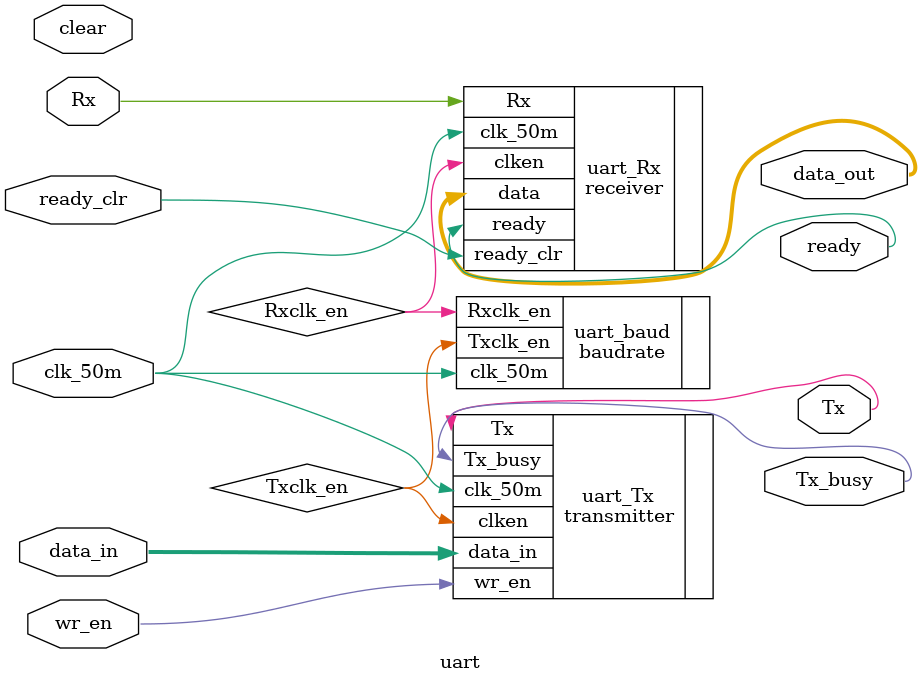
<source format=v>
module uart #(
	parameter DATA_BITS = 8
)(
	input wire [DATA_BITS-1:0] data_in,
	input wire wr_en,
	input wire clear,
	input wire clk_50m,
	output wire Tx,
	output wire Tx_busy,
	input wire Rx,
	output wire ready,
	input wire ready_clr,
	output wire [DATA_BITS-1:0] data_out
);     

wire Txclk_en, Rxclk_en;

baudrate uart_baud(
	.clk_50m(clk_50m),
	.Rxclk_en(Rxclk_en),
	.Txclk_en(Txclk_en)
);
							
transmitter #(
	.DATA_BITS(DATA_BITS)
) uart_Tx(
	.data_in(data_in),
	.wr_en(wr_en),
	.clk_50m(clk_50m),
	.clken(Txclk_en), // Assign Tx clock to enable clock 
	.Tx(Tx),
	.Tx_busy(Tx_busy)
);
							
receiver #(
	.DATA_BITS(DATA_BITS)
) uart_Rx(
	.Rx(Rx),
	.ready(ready),
	.ready_clr(ready_clr),
	.clk_50m(clk_50m),
	.clken(Rxclk_en), // Assign Rx clock to enable clock 
	.data(data_out)
);

endmodule

</source>
